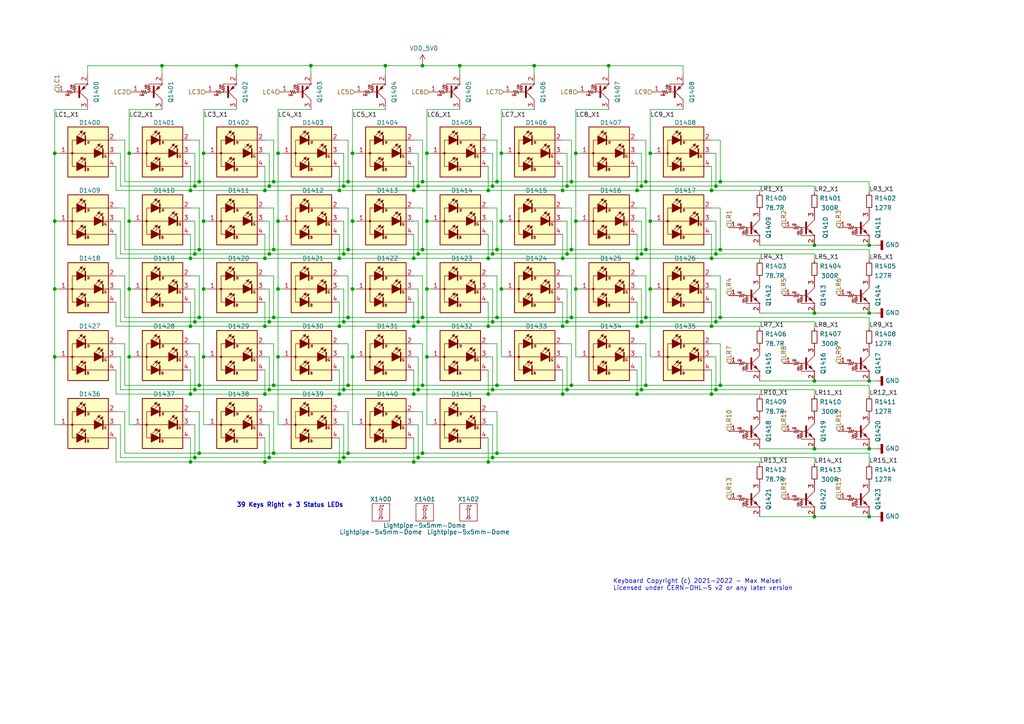
<source format=kicad_sch>
(kicad_sch (version 20230121) (generator eeschema)
  (paper "A4")
  (junction (at 122.555 52.705))
  (junction (at 100.965 111.76))
  (junction (at 142.875 132.715))
  (junction (at 99.695 132.715))
  (junction (at 76.835 114.3))
  (junction (at 164.465 73.66))
  (junction (at 59.055 83.82))
  (junction (at 102.235 103.505))
  (junction (at 184.785 74.93))
  (junction (at 207.645 113.03))
  (junction (at 186.055 113.03))
  (junction (at 145.415 64.135))
  (junction (at 144.145 72.39))
  (junction (at 252.095 90.805))
  (junction (at 57.785 52.705))
  (junction (at 57.785 131.445))
  (junction (at 57.785 111.76))
  (junction (at 236.22 130.175))
  (junction (at 102.235 64.135))
  (junction (at 56.515 132.715))
  (junction (at 206.375 94.615))
  (junction (at 76.835 133.985))
  (junction (at 100.965 131.445))
  (junction (at 133.35 19.05))
  (junction (at 78.105 132.715))
  (junction (at 78.105 53.975))
  (junction (at 188.595 64.135))
  (junction (at 15.875 103.505))
  (junction (at 98.425 133.985))
  (junction (at 208.915 52.705))
  (junction (at 188.595 83.82))
  (junction (at 186.055 73.66))
  (junction (at 80.645 103.505))
  (junction (at 37.465 64.135))
  (junction (at 141.605 94.615))
  (junction (at 206.375 74.93))
  (junction (at 208.915 111.76))
  (junction (at 141.605 55.245))
  (junction (at 55.245 94.615))
  (junction (at 252.095 130.175))
  (junction (at 206.375 55.245))
  (junction (at 164.465 113.03))
  (junction (at 122.555 72.39))
  (junction (at 142.875 73.66))
  (junction (at 78.105 73.66))
  (junction (at 79.375 72.39))
  (junction (at 236.22 71.12))
  (junction (at 55.245 74.93))
  (junction (at 142.875 53.975))
  (junction (at 55.245 55.245))
  (junction (at 163.195 74.93))
  (junction (at 55.245 133.985))
  (junction (at 59.055 64.135))
  (junction (at 144.145 131.445))
  (junction (at 120.015 114.3))
  (junction (at 122.555 131.445))
  (junction (at 102.235 83.82))
  (junction (at 236.22 90.805))
  (junction (at 207.645 53.975))
  (junction (at 15.875 64.135))
  (junction (at 163.195 94.615))
  (junction (at 57.785 72.39))
  (junction (at 188.595 44.45))
  (junction (at 100.965 72.39))
  (junction (at 208.915 72.39))
  (junction (at 100.965 92.075))
  (junction (at 56.515 93.345))
  (junction (at 165.735 72.39))
  (junction (at 122.555 19.05))
  (junction (at 78.105 93.345))
  (junction (at 236.22 149.86))
  (junction (at 187.325 72.39))
  (junction (at 163.195 114.3))
  (junction (at 123.825 103.505))
  (junction (at 121.285 113.03))
  (junction (at 98.425 55.245))
  (junction (at 123.825 44.45))
  (junction (at 15.875 83.82))
  (junction (at 186.055 53.975))
  (junction (at 37.465 44.45))
  (junction (at 59.055 103.505))
  (junction (at 164.465 53.975))
  (junction (at 120.015 94.615))
  (junction (at 165.735 111.76))
  (junction (at 207.645 73.66))
  (junction (at 122.555 92.075))
  (junction (at 145.415 44.45))
  (junction (at 79.375 131.445))
  (junction (at 121.285 132.715))
  (junction (at 55.245 114.3))
  (junction (at 145.415 83.82))
  (junction (at 121.285 93.345))
  (junction (at 141.605 74.93))
  (junction (at 99.695 113.03))
  (junction (at 100.965 52.705))
  (junction (at 57.785 92.075))
  (junction (at 165.735 92.075))
  (junction (at 141.605 133.985))
  (junction (at 37.465 103.505))
  (junction (at 252.095 149.86))
  (junction (at 165.735 52.705))
  (junction (at 122.555 111.76))
  (junction (at 167.005 83.82))
  (junction (at 111.76 19.05))
  (junction (at 37.465 83.82))
  (junction (at 80.645 83.82))
  (junction (at 208.915 92.075))
  (junction (at 163.195 55.245))
  (junction (at 90.17 19.05))
  (junction (at 167.005 44.45))
  (junction (at 184.785 55.245))
  (junction (at 46.99 19.05))
  (junction (at 102.235 44.45))
  (junction (at 99.695 73.66))
  (junction (at 142.875 93.345))
  (junction (at 123.825 83.82))
  (junction (at 80.645 64.135))
  (junction (at 154.94 19.05))
  (junction (at 98.425 114.3))
  (junction (at 144.145 52.705))
  (junction (at 120.015 133.985))
  (junction (at 76.835 94.615))
  (junction (at 79.375 52.705))
  (junction (at 252.095 110.49))
  (junction (at 123.825 64.135))
  (junction (at 99.695 53.975))
  (junction (at 167.005 64.135))
  (junction (at 184.785 94.615))
  (junction (at 187.325 111.76))
  (junction (at 56.515 73.66))
  (junction (at 121.285 73.66))
  (junction (at 164.465 93.345))
  (junction (at 252.095 71.12))
  (junction (at 79.375 92.075))
  (junction (at 79.375 111.76))
  (junction (at 98.425 94.615))
  (junction (at 76.835 74.93))
  (junction (at 56.515 53.975))
  (junction (at 236.22 110.49))
  (junction (at 206.375 114.3))
  (junction (at 68.58 19.05))
  (junction (at 59.055 44.45))
  (junction (at 142.875 113.03))
  (junction (at 15.875 44.45))
  (junction (at 144.145 92.075))
  (junction (at 99.695 93.345))
  (junction (at 207.645 93.345))
  (junction (at 80.645 44.45))
  (junction (at 187.325 52.705))
  (junction (at 187.325 92.075))
  (junction (at 176.53 19.05))
  (junction (at 76.835 55.245))
  (junction (at 186.055 93.345))
  (junction (at 98.425 74.93))
  (junction (at 121.285 53.975))
  (junction (at 120.015 55.245))
  (junction (at 144.145 111.76))
  (junction (at 56.515 113.03))
  (junction (at 78.105 113.03))
  (junction (at 120.015 74.93))
  (junction (at 141.605 114.3))
  (junction (at 184.785 114.3))
  (wire (pts (xy 57.785 80.01) (xy 57.785 92.075)))
  (wire (pts (xy 207.645 73.66) (xy 236.22 73.66)))
  (wire (pts (xy 206.375 55.245) (xy 220.345 55.245)))
  (wire (pts (xy 167.005 83.82) (xy 167.005 103.505)))
  (wire (pts (xy 78.105 103.505) (xy 78.105 113.03)))
  (wire (pts (xy 34.925 44.45) (xy 34.925 53.975)))
  (wire (pts (xy 220.345 149.86) (xy 236.22 149.86)))
  (wire (pts (xy 120.015 67.945) (xy 120.015 74.93)))
  (wire (pts (xy 141.605 83.82) (xy 142.875 83.82)))
  (wire (pts (xy 55.245 55.245) (xy 76.835 55.245)))
  (wire (pts (xy 36.195 80.01) (xy 36.195 92.075)))
  (wire (pts (xy 59.055 83.82) (xy 59.055 103.505)))
  (wire (pts (xy 57.785 52.705) (xy 79.375 52.705)))
  (wire (pts (xy 167.005 31.75) (xy 167.005 44.45)))
  (wire (pts (xy 254 90.805) (xy 252.095 90.805)))
  (wire (pts (xy 120.015 44.45) (xy 121.285 44.45)))
  (wire (pts (xy 36.195 99.695) (xy 36.195 111.76)))
  (wire (pts (xy 55.245 119.38) (xy 57.785 119.38)))
  (wire (pts (xy 121.285 113.03) (xy 142.875 113.03)))
  (wire (pts (xy 56.515 113.03) (xy 78.105 113.03)))
  (wire (pts (xy 189.865 64.135) (xy 188.595 64.135)))
  (wire (pts (xy 164.465 103.505) (xy 163.195 103.505)))
  (wire (pts (xy 99.695 132.715) (xy 78.105 132.715)))
  (wire (pts (xy 236.22 149.86) (xy 252.095 149.86)))
  (wire (pts (xy 76.835 94.615) (xy 98.425 94.615)))
  (wire (pts (xy 99.695 103.505) (xy 98.425 103.505)))
  (wire (pts (xy 142.875 44.45) (xy 142.875 53.975)))
  (wire (pts (xy 122.555 131.445) (xy 144.145 131.445)))
  (wire (pts (xy 38.735 44.45) (xy 37.465 44.45)))
  (wire (pts (xy 79.375 99.695) (xy 79.375 111.76)))
  (wire (pts (xy 78.105 83.82) (xy 76.835 83.82)))
  (wire (pts (xy 102.235 103.505) (xy 102.235 123.19)))
  (wire (pts (xy 81.915 123.19) (xy 80.645 123.19)))
  (wire (pts (xy 208.915 72.39) (xy 252.095 72.39)))
  (wire (pts (xy 121.285 103.505) (xy 121.285 113.03)))
  (wire (pts (xy 55.245 133.985) (xy 76.835 133.985)))
  (wire (pts (xy 220.345 74.93) (xy 220.345 75.565)))
  (wire (pts (xy 100.965 111.76) (xy 122.555 111.76)))
  (wire (pts (xy 165.735 60.325) (xy 165.735 72.39)))
  (wire (pts (xy 121.285 73.66) (xy 142.875 73.66)))
  (wire (pts (xy 60.325 123.19) (xy 59.055 123.19)))
  (wire (pts (xy 125.095 64.135) (xy 123.825 64.135)))
  (wire (pts (xy 33.655 99.695) (xy 36.195 99.695)))
  (wire (pts (xy 187.325 99.695) (xy 187.325 111.76)))
  (wire (pts (xy 163.195 94.615) (xy 184.785 94.615)))
  (wire (pts (xy 33.655 119.38) (xy 36.195 119.38)))
  (wire (pts (xy 141.605 55.245) (xy 163.195 55.245)))
  (wire (pts (xy 76.835 74.93) (xy 55.245 74.93)))
  (wire (pts (xy 98.425 83.82) (xy 99.695 83.82)))
  (wire (pts (xy 207.645 83.82) (xy 207.645 93.345)))
  (wire (pts (xy 98.425 64.135) (xy 99.695 64.135)))
  (wire (pts (xy 163.195 74.93) (xy 184.785 74.93)))
  (wire (pts (xy 103.505 64.135) (xy 102.235 64.135)))
  (wire (pts (xy 133.35 19.05) (xy 154.94 19.05)))
  (wire (pts (xy 142.875 103.505) (xy 141.605 103.505)))
  (wire (pts (xy 189.865 103.505) (xy 188.595 103.505)))
  (wire (pts (xy 76.835 48.26) (xy 76.835 55.245)))
  (wire (pts (xy 184.785 94.615) (xy 206.375 94.615)))
  (wire (pts (xy 98.425 74.93) (xy 120.015 74.93)))
  (wire (pts (xy 99.695 123.19) (xy 98.425 123.19)))
  (wire (pts (xy 184.785 87.63) (xy 184.785 94.615)))
  (wire (pts (xy 252.095 149.86) (xy 254 149.86)))
  (wire (pts (xy 80.645 31.75) (xy 90.17 31.75)))
  (wire (pts (xy 33.655 67.945) (xy 33.655 74.93)))
  (wire (pts (xy 187.325 40.64) (xy 187.325 52.705)))
  (wire (pts (xy 120.015 80.01) (xy 122.555 80.01)))
  (wire (pts (xy 55.245 123.19) (xy 56.515 123.19)))
  (wire (pts (xy 236.22 73.66) (xy 236.22 75.565)))
  (wire (pts (xy 122.555 92.075) (xy 144.145 92.075)))
  (wire (pts (xy 81.915 103.505) (xy 80.645 103.505)))
  (wire (pts (xy 90.17 19.05) (xy 90.17 21.59)))
  (wire (pts (xy 186.055 64.135) (xy 186.055 73.66)))
  (wire (pts (xy 99.695 73.66) (xy 121.285 73.66)))
  (wire (pts (xy 38.735 83.82) (xy 37.465 83.82)))
  (wire (pts (xy 15.875 64.135) (xy 15.875 83.82)))
  (wire (pts (xy 236.22 130.175) (xy 252.095 130.175)))
  (wire (pts (xy 79.375 131.445) (xy 100.965 131.445)))
  (wire (pts (xy 36.195 131.445) (xy 57.785 131.445)))
  (wire (pts (xy 81.915 64.135) (xy 80.645 64.135)))
  (wire (pts (xy 99.695 44.45) (xy 99.695 53.975)))
  (wire (pts (xy 165.735 52.705) (xy 187.325 52.705)))
  (wire (pts (xy 37.465 44.45) (xy 37.465 64.135)))
  (wire (pts (xy 100.965 119.38) (xy 100.965 131.445)))
  (wire (pts (xy 123.825 31.75) (xy 123.825 44.45)))
  (wire (pts (xy 102.235 64.135) (xy 102.235 83.82)))
  (wire (pts (xy 146.685 83.82) (xy 145.415 83.82)))
  (wire (pts (xy 98.425 60.325) (xy 100.965 60.325)))
  (wire (pts (xy 146.685 44.45) (xy 145.415 44.45)))
  (wire (pts (xy 76.835 127) (xy 76.835 133.985)))
  (wire (pts (xy 142.875 132.715) (xy 236.22 132.715)))
  (wire (pts (xy 144.145 99.695) (xy 144.145 111.76)))
  (wire (pts (xy 56.515 73.66) (xy 78.105 73.66)))
  (wire (pts (xy 168.275 103.505) (xy 167.005 103.505)))
  (wire (pts (xy 154.94 21.59) (xy 154.94 19.05)))
  (wire (pts (xy 141.605 40.64) (xy 144.145 40.64)))
  (wire (pts (xy 99.695 113.03) (xy 78.105 113.03)))
  (wire (pts (xy 102.235 83.82) (xy 102.235 103.505)))
  (wire (pts (xy 56.515 132.715) (xy 78.105 132.715)))
  (wire (pts (xy 123.825 64.135) (xy 123.825 83.82)))
  (wire (pts (xy 57.785 131.445) (xy 79.375 131.445)))
  (wire (pts (xy 144.145 111.76) (xy 165.735 111.76)))
  (wire (pts (xy 142.875 113.03) (xy 164.465 113.03)))
  (wire (pts (xy 81.915 83.82) (xy 80.645 83.82)))
  (wire (pts (xy 187.325 92.075) (xy 208.915 92.075)))
  (wire (pts (xy 111.76 19.05) (xy 122.555 19.05)))
  (wire (pts (xy 144.145 99.695) (xy 141.605 99.695)))
  (wire (pts (xy 125.095 123.19) (xy 123.825 123.19)))
  (wire (pts (xy 99.695 53.975) (xy 121.285 53.975)))
  (wire (pts (xy 57.785 119.38) (xy 57.785 131.445)))
  (wire (pts (xy 163.195 80.01) (xy 165.735 80.01)))
  (wire (pts (xy 55.245 114.3) (xy 76.835 114.3)))
  (wire (pts (xy 36.195 119.38) (xy 36.195 131.445)))
  (wire (pts (xy 37.465 83.82) (xy 37.465 103.505)))
  (wire (pts (xy 142.875 73.66) (xy 164.465 73.66)))
  (wire (pts (xy 79.375 92.075) (xy 100.965 92.075)))
  (wire (pts (xy 55.245 44.45) (xy 56.515 44.45)))
  (wire (pts (xy 78.105 53.975) (xy 78.105 44.45)))
  (wire (pts (xy 141.605 114.3) (xy 163.195 114.3)))
  (wire (pts (xy 46.99 19.05) (xy 68.58 19.05)))
  (wire (pts (xy 168.275 83.82) (xy 167.005 83.82)))
  (wire (pts (xy 198.12 21.59) (xy 198.12 19.05)))
  (wire (pts (xy 56.515 64.135) (xy 56.515 73.66)))
  (wire (pts (xy 76.835 74.93) (xy 98.425 74.93)))
  (wire (pts (xy 80.645 31.75) (xy 80.645 44.45)))
  (wire (pts (xy 68.58 19.05) (xy 90.17 19.05)))
  (wire (pts (xy 37.465 31.75) (xy 46.99 31.75)))
  (wire (pts (xy 187.325 52.705) (xy 208.915 52.705)))
  (wire (pts (xy 163.195 44.45) (xy 164.465 44.45)))
  (wire (pts (xy 207.645 103.505) (xy 206.375 103.505)))
  (wire (pts (xy 122.555 19.05) (xy 133.35 19.05)))
  (wire (pts (xy 184.785 107.315) (xy 184.785 114.3)))
  (wire (pts (xy 57.785 111.76) (xy 79.375 111.76)))
  (wire (pts (xy 186.055 93.345) (xy 207.645 93.345)))
  (wire (pts (xy 236.22 93.345) (xy 236.22 95.25)))
  (wire (pts (xy 165.735 99.695) (xy 163.195 99.695)))
  (wire (pts (xy 36.195 60.325) (xy 36.195 72.39)))
  (wire (pts (xy 17.145 64.135) (xy 15.875 64.135)))
  (wire (pts (xy 142.875 123.19) (xy 141.605 123.19)))
  (wire (pts (xy 184.785 60.325) (xy 187.325 60.325)))
  (wire (pts (xy 17.145 83.82) (xy 15.875 83.82)))
  (wire (pts (xy 76.835 67.945) (xy 76.835 74.93)))
  (wire (pts (xy 186.055 53.975) (xy 207.645 53.975)))
  (wire (pts (xy 34.925 103.505) (xy 33.655 103.505)))
  (wire (pts (xy 99.695 113.03) (xy 121.285 113.03)))
  (wire (pts (xy 142.875 53.975) (xy 164.465 53.975)))
  (wire (pts (xy 33.655 114.3) (xy 55.245 114.3)))
  (wire (pts (xy 34.925 93.345) (xy 34.925 83.82)))
  (wire (pts (xy 167.005 64.135) (xy 167.005 83.82)))
  (wire (pts (xy 59.055 103.505) (xy 59.055 123.19)))
  (wire (pts (xy 98.425 48.26) (xy 98.425 55.245)))
  (wire (pts (xy 102.235 31.75) (xy 111.76 31.75)))
  (wire (pts (xy 55.245 94.615) (xy 76.835 94.615)))
  (wire (pts (xy 144.145 131.445) (xy 252.095 131.445)))
  (wire (pts (xy 33.655 80.01) (xy 36.195 80.01)))
  (wire (pts (xy 34.925 73.66) (xy 34.925 64.135)))
  (wire (pts (xy 144.145 80.01) (xy 144.145 92.075)))
  (wire (pts (xy 145.415 31.75) (xy 145.415 44.45)))
  (wire (pts (xy 15.875 83.82) (xy 15.875 103.505)))
  (wire (pts (xy 236.22 114.935) (xy 236.22 113.03)))
  (wire (pts (xy 33.655 107.315) (xy 33.655 114.3)))
  (wire (pts (xy 79.375 111.76) (xy 100.965 111.76)))
  (wire (pts (xy 141.605 94.615) (xy 163.195 94.615)))
  (wire (pts (xy 79.375 119.38) (xy 79.375 131.445)))
  (wire (pts (xy 141.605 44.45) (xy 142.875 44.45)))
  (wire (pts (xy 55.245 103.505) (xy 56.515 103.505)))
  (wire (pts (xy 167.005 44.45) (xy 167.005 64.135)))
  (wire (pts (xy 103.505 44.45) (xy 102.235 44.45)))
  (wire (pts (xy 36.195 72.39) (xy 57.785 72.39)))
  (wire (pts (xy 164.465 64.135) (xy 164.465 73.66)))
  (wire (pts (xy 78.105 44.45) (xy 76.835 44.45)))
  (wire (pts (xy 55.245 83.82) (xy 56.515 83.82)))
  (wire (pts (xy 60.325 44.45) (xy 59.055 44.45)))
  (wire (pts (xy 34.925 64.135) (xy 33.655 64.135)))
  (wire (pts (xy 165.735 80.01) (xy 165.735 92.075)))
  (wire (pts (xy 56.515 103.505) (xy 56.515 113.03)))
  (wire (pts (xy 98.425 133.985) (xy 120.015 133.985)))
  (wire (pts (xy 189.865 83.82) (xy 188.595 83.82)))
  (wire (pts (xy 120.015 107.315) (xy 120.015 114.3)))
  (wire (pts (xy 165.735 92.075) (xy 187.325 92.075)))
  (wire (pts (xy 76.835 60.325) (xy 79.375 60.325)))
  (wire (pts (xy 176.53 19.05) (xy 198.12 19.05)))
  (wire (pts (xy 120.015 127) (xy 120.015 133.985)))
  (wire (pts (xy 122.555 72.39) (xy 144.145 72.39)))
  (wire (pts (xy 164.465 93.345) (xy 186.055 93.345)))
  (wire (pts (xy 76.835 103.505) (xy 78.105 103.505)))
  (wire (pts (xy 121.285 132.715) (xy 142.875 132.715)))
  (wire (pts (xy 80.645 103.505) (xy 80.645 123.19)))
  (wire (pts (xy 99.695 83.82) (xy 99.695 93.345)))
  (wire (pts (xy 46.99 21.59) (xy 46.99 19.05)))
  (wire (pts (xy 79.375 52.705) (xy 100.965 52.705)))
  (wire (pts (xy 120.015 99.695) (xy 122.555 99.695)))
  (wire (pts (xy 168.275 44.45) (xy 167.005 44.45)))
  (wire (pts (xy 141.605 64.135) (xy 142.875 64.135)))
  (wire (pts (xy 55.245 67.945) (xy 55.245 74.93)))
  (wire (pts (xy 164.465 83.82) (xy 163.195 83.82)))
  (wire (pts (xy 144.145 92.075) (xy 165.735 92.075)))
  (wire (pts (xy 184.785 99.695) (xy 187.325 99.695)))
  (wire (pts (xy 252.095 111.76) (xy 252.095 114.935)))
  (wire (pts (xy 236.22 110.49) (xy 252.095 110.49)))
  (wire (pts (xy 125.095 44.45) (xy 123.825 44.45)))
  (wire (pts (xy 59.055 31.75) (xy 59.055 44.45)))
  (wire (pts (xy 208.915 99.695) (xy 206.375 99.695)))
  (wire (pts (xy 55.245 48.26) (xy 55.245 55.245)))
  (wire (pts (xy 164.465 64.135) (xy 163.195 64.135)))
  (wire (pts (xy 164.465 83.82) (xy 164.465 93.345)))
  (wire (pts (xy 163.195 87.63) (xy 163.195 94.615)))
  (wire (pts (xy 99.695 93.345) (xy 121.285 93.345)))
  (wire (pts (xy 184.785 67.945) (xy 184.785 74.93)))
  (wire (pts (xy 79.375 60.325) (xy 79.375 72.39)))
  (wire (pts (xy 100.965 92.075) (xy 122.555 92.075)))
  (wire (pts (xy 206.375 67.945) (xy 206.375 74.93)))
  (wire (pts (xy 236.22 53.975) (xy 236.22 55.88)))
  (wire (pts (xy 121.285 64.135) (xy 121.285 73.66)))
  (wire (pts (xy 141.605 48.26) (xy 141.605 55.245)))
  (wire (pts (xy 123.825 83.82) (xy 123.825 103.505)))
  (wire (pts (xy 33.655 83.82) (xy 34.925 83.82)))
  (wire (pts (xy 122.555 119.38) (xy 122.555 131.445)))
  (wire (pts (xy 184.785 80.01) (xy 187.325 80.01)))
  (wire (pts (xy 236.22 113.03) (xy 207.645 113.03)))
  (wire (pts (xy 60.325 83.82) (xy 59.055 83.82)))
  (wire (pts (xy 141.605 80.01) (xy 144.145 80.01)))
  (wire (pts (xy 188.595 83.82) (xy 188.595 103.505)))
  (wire (pts (xy 220.345 133.985) (xy 220.345 134.62)))
  (wire (pts (xy 184.785 74.93) (xy 206.375 74.93)))
  (wire (pts (xy 208.915 60.325) (xy 208.915 72.39)))
  (wire (pts (xy 57.785 92.075) (xy 79.375 92.075)))
  (wire (pts (xy 141.605 60.325) (xy 144.145 60.325)))
  (wire (pts (xy 57.785 60.325) (xy 57.785 72.39)))
  (wire (pts (xy 120.015 114.3) (xy 141.605 114.3)))
  (wire (pts (xy 145.415 64.135) (xy 145.415 83.82)))
  (wire (pts (xy 163.195 55.245) (xy 184.785 55.245)))
  (wire (pts (xy 79.375 72.39) (xy 100.965 72.39)))
  (wire (pts (xy 34.925 113.03) (xy 34.925 103.505)))
  (wire (pts (xy 145.415 83.82) (xy 145.415 103.505)))
  (wire (pts (xy 188.595 31.75) (xy 188.595 44.45)))
  (wire (pts (xy 184.785 114.3) (xy 206.375 114.3)))
  (wire (pts (xy 145.415 31.75) (xy 154.94 31.75)))
  (wire (pts (xy 98.425 119.38) (xy 100.965 119.38)))
  (wire (pts (xy 33.655 74.93) (xy 55.245 74.93)))
  (wire (pts (xy 220.345 55.245) (xy 220.345 55.88)))
  (wire (pts (xy 163.195 114.3) (xy 184.785 114.3)))
  (wire (pts (xy 80.645 44.45) (xy 80.645 64.135)))
  (wire (pts (xy 121.285 83.82) (xy 121.285 93.345)))
  (wire (pts (xy 167.005 31.75) (xy 176.53 31.75)))
  (wire (pts (xy 33.655 44.45) (xy 34.925 44.45)))
  (wire (pts (xy 165.735 111.76) (xy 187.325 111.76)))
  (wire (pts (xy 60.325 64.135) (xy 59.055 64.135)))
  (wire (pts (xy 187.325 72.39) (xy 208.915 72.39)))
  (wire (pts (xy 252.095 72.39) (xy 252.095 75.565)))
  (wire (pts (xy 76.835 107.315) (xy 76.835 114.3)))
  (wire (pts (xy 100.965 72.39) (xy 122.555 72.39)))
  (wire (pts (xy 98.425 80.01) (xy 100.965 80.01)))
  (wire (pts (xy 76.835 119.38) (xy 79.375 119.38)))
  (wire (pts (xy 142.875 64.135) (xy 142.875 73.66)))
  (wire (pts (xy 76.835 133.985) (xy 98.425 133.985)))
  (wire (pts (xy 34.925 132.715) (xy 34.925 123.19)))
  (wire (pts (xy 163.195 48.26) (xy 163.195 55.245)))
  (wire (pts (xy 141.605 127) (xy 141.605 133.985)))
  (wire (pts (xy 207.645 93.345) (xy 236.22 93.345)))
  (wire (pts (xy 220.345 130.175) (xy 236.22 130.175)))
  (wire (pts (xy 37.465 103.505) (xy 37.465 123.19)))
  (wire (pts (xy 252.095 52.705) (xy 252.095 55.88)))
  (wire (pts (xy 90.17 19.05) (xy 111.76 19.05)))
  (wire (pts (xy 34.925 132.715) (xy 56.515 132.715)))
  (wire (pts (xy 208.915 52.705) (xy 252.095 52.705)))
  (wire (pts (xy 33.655 127) (xy 33.655 133.985)))
  (wire (pts (xy 206.375 87.63) (xy 206.375 94.615)))
  (wire (pts (xy 36.195 52.705) (xy 57.785 52.705)))
  (wire (pts (xy 98.425 44.45) (xy 99.695 44.45)))
  (wire (pts (xy 208.915 40.64) (xy 208.915 52.705)))
  (wire (pts (xy 187.325 111.76) (xy 208.915 111.76)))
  (wire (pts (xy 98.425 55.245) (xy 120.015 55.245)))
  (wire (pts (xy 206.375 64.135) (xy 207.645 64.135)))
  (wire (pts (xy 59.055 31.75) (xy 68.58 31.75)))
  (wire (pts (xy 186.055 103.505) (xy 184.785 103.505)))
  (wire (pts (xy 164.465 73.66) (xy 186.055 73.66)))
  (wire (pts (xy 34.925 123.19) (xy 33.655 123.19)))
  (wire (pts (xy 220.345 94.615) (xy 220.345 95.25)))
  (wire (pts (xy 165.735 60.325) (xy 163.195 60.325)))
  (wire (pts (xy 122.555 40.64) (xy 122.555 52.705)))
  (wire (pts (xy 98.425 114.3) (xy 120.015 114.3)))
  (wire (pts (xy 207.645 64.135) (xy 207.645 73.66)))
  (wire (pts (xy 56.515 83.82) (xy 56.515 93.345)))
  (wire (pts (xy 141.605 87.63) (xy 141.605 94.615)))
  (wire (pts (xy 120.015 40.64) (xy 122.555 40.64)))
  (wire (pts (xy 165.735 72.39) (xy 187.325 72.39)))
  (wire (pts (xy 17.145 103.505) (xy 15.875 103.505)))
  (wire (pts (xy 206.375 74.93) (xy 220.345 74.93)))
  (wire (pts (xy 146.685 64.135) (xy 145.415 64.135)))
  (wire (pts (xy 187.325 80.01) (xy 187.325 92.075)))
  (wire (pts (xy 121.285 44.45) (xy 121.285 53.975)))
  (wire (pts (xy 188.595 64.135) (xy 188.595 83.82)))
  (wire (pts (xy 34.925 53.975) (xy 56.515 53.975)))
  (wire (pts (xy 38.735 123.19) (xy 37.465 123.19)))
  (wire (pts (xy 103.505 103.505) (xy 102.235 103.505)))
  (wire (pts (xy 80.645 64.135) (xy 80.645 83.82)))
  (wire (pts (xy 78.105 73.66) (xy 99.695 73.66)))
  (wire (pts (xy 163.195 40.64) (xy 165.735 40.64)))
  (wire (pts (xy 98.425 99.695) (xy 100.965 99.695)))
  (wire (pts (xy 208.915 99.695) (xy 208.915 111.76)))
  (wire (pts (xy 144.145 119.38) (xy 144.145 131.445)))
  (wire (pts (xy 78.105 123.19) (xy 78.105 132.715)))
  (wire (pts (xy 81.915 44.45) (xy 80.645 44.45)))
  (wire (pts (xy 236.22 134.62) (xy 236.22 132.715)))
  (wire (pts (xy 99.695 64.135) (xy 99.695 73.66)))
  (wire (pts (xy 208.915 92.075) (xy 252.095 92.075)))
  (wire (pts (xy 121.285 53.975) (xy 142.875 53.975)))
  (wire (pts (xy 206.375 83.82) (xy 207.645 83.82)))
  (wire (pts (xy 184.785 40.64) (xy 187.325 40.64)))
  (wire (pts (xy 168.275 64.135) (xy 167.005 64.135)))
  (wire (pts (xy 186.055 73.66) (xy 207.645 73.66)))
  (wire (pts (xy 79.375 72.39) (xy 57.785 72.39)))
  (wire (pts (xy 184.785 83.82) (xy 186.055 83.82)))
  (wire (pts (xy 122.555 111.76) (xy 144.145 111.76)))
  (wire (pts (xy 208.915 80.01) (xy 208.915 92.075)))
  (wire (pts (xy 252.095 110.49) (xy 254 110.49)))
  (wire (pts (xy 102.235 44.45) (xy 102.235 64.135)))
  (wire (pts (xy 164.465 103.505) (xy 164.465 113.03)))
  (wire (pts (xy 120.015 133.985) (xy 141.605 133.985)))
  (wire (pts (xy 76.835 123.19) (xy 78.105 123.19)))
  (wire (pts (xy 98.425 87.63) (xy 98.425 94.615)))
  (wire (pts (xy 102.235 31.75) (xy 102.235 44.45)))
  (wire (pts (xy 98.425 127) (xy 98.425 133.985)))
  (wire (pts (xy 120.015 83.82) (xy 121.285 83.82)))
  (wire (pts (xy 33.655 87.63) (xy 33.655 94.615)))
  (wire (pts (xy 36.195 111.76) (xy 57.785 111.76)))
  (wire (pts (xy 17.145 123.19) (xy 15.875 123.19)))
  (wire (pts (xy 207.645 44.45) (xy 207.645 53.975)))
  (wire (pts (xy 236.22 71.12) (xy 252.095 71.12)))
  (wire (pts (xy 208.915 111.76) (xy 252.095 111.76)))
  (wire (pts (xy 37.465 31.75) (xy 37.465 44.45)))
  (wire (pts (xy 206.375 107.315) (xy 206.375 114.3)))
  (wire (pts (xy 120.015 55.245) (xy 141.605 55.245)))
  (wire (pts (xy 206.375 114.3) (xy 220.345 114.3)))
  (wire (pts (xy 103.505 123.19) (xy 102.235 123.19)))
  (wire (pts (xy 100.965 99.695) (xy 100.965 111.76)))
  (wire (pts (xy 103.505 83.82) (xy 102.235 83.82)))
  (wire (pts (xy 68.58 21.59) (xy 68.58 19.05)))
  (wire (pts (xy 165.735 99.695) (xy 165.735 111.76)))
  (wire (pts (xy 55.245 40.64) (xy 57.785 40.64)))
  (wire (pts (xy 55.245 87.63) (xy 55.245 94.615)))
  (wire (pts (xy 142.875 83.82) (xy 142.875 93.345)))
  (wire (pts (xy 121.285 64.135) (xy 120.015 64.135)))
  (wire (pts (xy 120.015 119.38) (xy 122.555 119.38)))
  (wire (pts (xy 220.345 114.3) (xy 220.345 114.935)))
  (wire (pts (xy 55.245 80.01) (xy 57.785 80.01)))
  (wire (pts (xy 186.055 103.505) (xy 186.055 113.03)))
  (wire (pts (xy 78.105 93.345) (xy 99.695 93.345)))
  (wire (pts (xy 33.655 94.615) (xy 55.245 94.615)))
  (wire (pts (xy 38.735 64.135) (xy 37.465 64.135)))
  (wire (pts (xy 220.345 71.12) (xy 236.22 71.12)))
  (wire (pts (xy 163.195 107.315) (xy 163.195 114.3)))
  (wire (pts (xy 59.055 64.135) (xy 59.055 83.82)))
  (wire (pts (xy 206.375 60.325) (xy 208.915 60.325)))
  (wire (pts (xy 33.655 40.64) (xy 36.195 40.64)))
  (wire (pts (xy 123.825 44.45) (xy 123.825 64.135)))
  (wire (pts (xy 123.825 103.505) (xy 123.825 123.19)))
  (wire (pts (xy 122.555 99.695) (xy 122.555 111.76)))
  (wire (pts (xy 60.325 103.505) (xy 59.055 103.505)))
  (wire (pts (xy 146.685 103.505) (xy 145.415 103.505)))
  (wire (pts (xy 98.425 107.315) (xy 98.425 114.3)))
  (wire (pts (xy 100.965 40.64) (xy 100.965 52.705)))
  (wire (pts (xy 120.015 60.325) (xy 122.555 60.325)))
  (wire (pts (xy 79.375 80.01) (xy 79.375 92.075)))
  (wire (pts (xy 206.375 48.26) (xy 206.375 55.245)))
  (wire (pts (xy 76.835 80.01) (xy 79.375 80.01)))
  (wire (pts (xy 76.835 40.64) (xy 79.375 40.64)))
  (wire (pts (xy 15.875 44.45) (xy 15.875 64.135)))
  (wire (pts (xy 99.695 103.505) (xy 99.695 113.03)))
  (wire (pts (xy 125.095 103.505) (xy 123.825 103.505)))
  (wire (pts (xy 34.925 93.345) (xy 56.515 93.345)))
  (wire (pts (xy 123.825 31.75) (xy 133.35 31.75)))
  (wire (pts (xy 98.425 40.64) (xy 100.965 40.64)))
  (wire (pts (xy 207.645 103.505) (xy 207.645 113.03)))
  (wire (pts (xy 33.655 133.985) (xy 55.245 133.985)))
  (wire (pts (xy 165.735 40.64) (xy 165.735 52.705)))
  (wire (pts (xy 55.245 60.325) (xy 57.785 60.325)))
  (wire (pts (xy 36.195 92.075) (xy 57.785 92.075)))
  (wire (pts (xy 76.835 99.695) (xy 79.375 99.695)))
  (wire (pts (xy 38.735 103.505) (xy 37.465 103.505)))
  (wire (pts (xy 99.695 123.19) (xy 99.695 132.715)))
  (wire (pts (xy 78.105 53.975) (xy 56.515 53.975)))
  (wire (pts (xy 17.145 44.45) (xy 15.875 44.45)))
  (wire (pts (xy 164.465 53.975) (xy 186.055 53.975)))
  (wire (pts (xy 37.465 64.135) (xy 37.465 83.82)))
  (wire (pts (xy 125.095 83.82) (xy 123.825 83.82)))
  (wire (pts (xy 33.655 48.26) (xy 33.655 55.245)))
  (wire (pts (xy 57.785 40.64) (xy 57.785 52.705)))
  (wire (pts (xy 252.095 92.075) (xy 252.095 95.25)))
  (wire (pts (xy 15.875 31.75) (xy 25.4 31.75)))
  (wire (pts (xy 144.145 40.64) (xy 144.145 52.705)))
  (wire (pts (xy 120.015 87.63) (xy 120.015 94.615)))
  (wire (pts (xy 252.095 131.445) (xy 252.095 134.62)))
  (wire (pts (xy 142.875 93.345) (xy 164.465 93.345)))
  (wire (pts (xy 76.835 55.245) (xy 98.425 55.245)))
  (wire (pts (xy 206.375 40.64) (xy 208.915 40.64)))
  (wire (pts (xy 144.145 52.705) (xy 165.735 52.705)))
  (wire (pts (xy 120.015 74.93) (xy 141.605 74.93)))
  (wire (pts (xy 33.655 60.325) (xy 36.195 60.325)))
  (wire (pts (xy 184.785 55.245) (xy 206.375 55.245)))
  (wire (pts (xy 100.965 80.01) (xy 100.965 92.075)))
  (wire (pts (xy 252.095 90.805) (xy 236.22 90.805)))
  (wire (pts (xy 186.055 44.45) (xy 186.055 53.975)))
  (wire (pts (xy 236.22 90.805) (xy 220.345 90.805)))
  (wire (pts (xy 34.925 73.66) (xy 56.515 73.66)))
  (wire (pts (xy 55.245 127) (xy 55.245 133.985)))
  (wire (pts (xy 133.35 21.59) (xy 133.35 19.05)))
  (wire (pts (xy 56.515 93.345) (xy 78.105 93.345)))
  (wire (pts (xy 78.105 53.975) (xy 99.695 53.975)))
  (wire (pts (xy 141.605 74.93) (xy 163.195 74.93)))
  (wire (pts (xy 122.555 52.705) (xy 144.145 52.705)))
  (wire (pts (xy 188.595 31.75) (xy 198.12 31.75)))
  (wire (pts (xy 144.145 72.39) (xy 165.735 72.39)))
  (wire (pts (xy 56.515 123.19) (xy 56.515 132.715)))
  (wire (pts (xy 144.145 119.38) (xy 141.605 119.38)))
  (wire (pts (xy 206.375 94.615) (xy 220.345 94.615)))
  (wire (pts (xy 164.465 44.45) (xy 164.465 53.975)))
  (wire (pts (xy 15.875 103.505) (xy 15.875 123.19)))
  (wire (pts (xy 121.285 93.345) (xy 142.875 93.345)))
  (wire (pts (xy 25.4 21.59) (xy 25.4 19.05)))
  (wire (pts (xy 176.53 21.59) (xy 176.53 19.05)))
  (wire (pts (xy 100.965 60.325) (xy 100.965 72.39)))
  (wire (pts (xy 122.555 18.415) (xy 122.555 19.05)))
  (wire (pts (xy 188.595 44.45) (xy 188.595 64.135)))
  (wire (pts (xy 98.425 67.945) (xy 98.425 74.93)))
  (wire (pts (xy 189.865 44.45) (xy 188.595 44.45)))
  (wire (pts (xy 79.375 40.64) (xy 79.375 52.705)))
  (wire (pts (xy 142.875 123.19) (xy 142.875 132.715)))
  (wire (pts (xy 145.415 44.45) (xy 145.415 64.135)))
  (wire (pts (xy 76.835 64.135) (xy 78.105 64.135)))
  (wire (pts (xy 59.055 44.45) (xy 59.055 64.135)))
  (wire (pts (xy 34.925 113.03) (xy 56.515 113.03)))
  (wire (pts (xy 141.605 133.985) (xy 220.345 133.985)))
  (wire (pts (xy 121.285 123.19) (xy 121.285 132.715)))
  (wire (pts (xy 57.785 99.695) (xy 57.785 111.76)))
  (wire (pts (xy 164.465 113.03) (xy 186.055 113.03)))
  (wire (pts (xy 184.785 48.26) (xy 184.785 55.245)))
  (wire (pts (xy 122.555 60.325) (xy 122.555 72.39)))
  (wire (pts (xy 121.285 123.19) (xy 120.015 123.19)))
  (wire (pts (xy 111.76 21.59) (xy 111.76 19.05)))
  (wire (pts (xy 141.605 67.945) (xy 141.605 74.93)))
  (wire (pts (xy 76.835 114.3) (xy 98.425 114.3)))
  (wire (pts (xy 33.655 55.245) (xy 55.245 55.245)))
  (wire (pts (xy 144.145 60.325) (xy 144.145 72.39)))
  (wire (pts (xy 206.375 44.45) (xy 207.645 44.45)))
  (wire (pts (xy 220.345 110.49) (xy 236.22 110.49)))
  (wire (pts (xy 184.785 44.45) (xy 186.055 44.45)))
  (wire (pts (xy 141.605 107.315) (xy 141.605 114.3)))
  (wire (pts (xy 163.195 67.945) (xy 163.195 74.93)))
  (wire (pts (xy 207.645 53.975) (xy 236.22 53.975)))
  (wire (pts (xy 154.94 19.05) (xy 176.53 19.05)))
  (wire (pts (xy 206.375 80.01) (xy 208.915 80.01)))
  (wire (pts (xy 99.695 132.715) (xy 121.285 132.715)))
  (wire (pts (xy 120.015 48.26) (xy 120.015 55.245)))
  (wire (pts (xy 186.055 113.03) (xy 207.645 113.03)))
  (wire (pts (xy 122.555 80.01) (xy 122.555 92.075)))
  (wire (pts (xy 55.245 107.315) (xy 55.245 114.3)))
  (wire (pts (xy 252.095 130.175) (xy 254 130.175)))
  (wire (pts (xy 120.015 94.615) (xy 141.605 94.615)))
  (wire (pts (xy 100.965 52.705) (xy 122.555 52.705)))
  (wire (pts (xy 80.645 83.82) (xy 80.645 103.505)))
  (wire (pts (xy 121.285 103.505) (xy 120.015 103.505)))
  (wire (pts (xy 78.105 64.135) (xy 78.105 73.66)))
  (wire (pts (xy 186.055 64.135) (xy 184.785 64.135)))
  (wire (pts (xy 252.095 71.12) (xy 254 71.12)))
  (wire (pts (xy 76.835 87.63) (xy 76.835 94.615)))
  (wire (pts (xy 78.105 83.82) (xy 78.105 93.345)))
  (wire (pts (xy 142.875 103.505) (xy 142.875 113.03)))
  (wire (pts (xy 36.195 40.64) (xy 36.195 52.705)))
  (wire (pts (xy 98.425 94.615) (xy 120.015 94.615)))
  (wire (pts (xy 15.875 31.75) (xy 15.875 44.45)))
  (wire (pts (xy 186.055 83.82) (xy 186.055 93.345)))
  (wire (pts (xy 187.325 60.325) (xy 187.325 72.39)))
  (wire (pts (xy 55.245 64.135) (xy 56.515 64.135)))
  (wire (pts (xy 56.515 44.45) (xy 56.515 53.975)))
  (wire (pts (xy 25.4 19.05) (xy 46.99 19.05)))
  (wire (pts (xy 55.245 99.695) (xy 57.785 99.695)))
  (wire (pts (xy 100.965 131.445) (xy 122.555 131.445)))
  (text "39 Keys Right + 3 Status LEDs" (at 68.58 147.32 0) (effects (font (size 1.27 1.27) (thickness 0.254) bold) (justify left bottom)))
  (text "Keyboard Copyright (c) 2021-2022 - Max Maisel\nLicensed under CERN-OHL-S v2 or any later version" (at 177.8 171.45 0) (effects (font (size 1.27 1.27)) (justify left bottom)))
  (label "LR11_X1" (at 236.22 114.935 0))
  (label "LR12_X1" (at 252.095 114.935 0))
  (label "LC7_X1" (at 145.415 34.29 0))
  (label "LR2_X1" (at 236.22 55.88 0))
  (label "LR9_X1" (at 252.095 95.25 0))
  (label "LR1_X1" (at 220.345 55.88 0))
  (label "LR13_X1" (at 220.345 134.62 0))
  (label "LR4_X1" (at 220.345 75.565 0))
  (label "LC4_X1" (at 80.645 34.29 0))
  (label "LR10_X1" (at 220.345 114.935 0))
  (label "LC9_X1" (at 188.595 34.29 0))
  (label "LC2_X1" (at 37.465 34.29 0))
  (label "LR14_X1" (at 236.22 134.62 0))
  (label "LC3_X1" (at 59.055 34.29 0))
  (label "LR8_X1" (at 236.22 95.25 0))
  (label "LR7_X1" (at 220.345 95.25 0))
  (label "LR3_X1" (at 252.095 55.88 0))
  (label "LR6_X1" (at 252.095 75.565 0))
  (label "LC5_X1" (at 102.235 34.29 0))
  (label "LR15_X1" (at 252.095 134.62 0))
  (label "LC6_X1" (at 123.825 34.29 0))
  (label "LC8_X1" (at 167.005 34.29 0))
  (label "LC1_X1" (at 15.875 34.29 0))
  (label "LR5_X1" (at 236.22 75.565 0))
  (hierarchical_label "LC6" (shape input) (at 124.46 26.67 180))
  (hierarchical_label "LR1" (shape input) (at 211.455 66.04 90))
  (hierarchical_label "LR8" (shape input) (at 227.33 105.41 90))
  (hierarchical_label "LC2" (shape input) (at 38.1 26.67 180))
  (hierarchical_label "LR6" (shape input) (at 243.205 85.725 90))
  (hierarchical_label "LR7" (shape input) (at 211.455 105.41 90))
  (hierarchical_label "LR13" (shape input) (at 211.455 144.78 90))
  (hierarchical_label "LC8" (shape input) (at 167.64 26.67 180))
  (hierarchical_label "LR9" (shape input) (at 243.205 105.41 90))
  (hierarchical_label "LR12" (shape input) (at 243.205 125.095 90))
  (hierarchical_label "LR10" (shape input) (at 211.455 125.095 90))
  (hierarchical_label "LC1" (shape input) (at 16.51 26.67 90))
  (hierarchical_label "LR15" (shape input) (at 243.205 144.78 90))
  (hierarchical_label "LR5" (shape input) (at 227.33 85.725 90))
  (hierarchical_label "LR4" (shape input) (at 211.455 85.725 90))
  (hierarchical_label "LC3" (shape input) (at 59.69 26.67 180))
  (hierarchical_label "LR3" (shape input) (at 243.205 66.04 90))
  (hierarchical_label "LR2" (shape input) (at 227.33 66.04 90))
  (hierarchical_label "LC7" (shape input) (at 146.05 26.67 180))
  (hierarchical_label "LR11" (shape input) (at 227.33 125.095 90))
  (hierarchical_label "LC4" (shape input) (at 81.28 26.67 180))
  (hierarchical_label "LC5" (shape input) (at 102.87 26.67 180))
  (hierarchical_label "LR14" (shape input) (at 227.33 144.78 90))
  (hierarchical_label "LC9" (shape input) (at 189.23 26.67 180))
  (symbol (lib_id "Keyboard:APTF1616LSEEZGKQBKC") (at 26.035 123.19 0) (unit 1)
    (property "Reference" "D1436" (at 26.035 114.3 0))
    (property "Value" "APTF1616LSEEZGKQBKC" (effects hide))
    (property "Footprint" "Keyboard:APTF1616-RGB" (effects hide))
    (property "Datasheet" "http://www.kingbrightusa.com/images/catalog/SPEC/APTF1616LSEEZGKQBKC.pdf" (effects hide))
    (property "mouser#" "604-APTF1616LSEEZGKQ" (effects hide))
  )
  (symbol (lib_id "Keyboard:APTF1616LSEEZGKQBKC") (at 133.985 123.19 0) (unit 1)
    (property "Reference" "D1441" (at 133.985 114.3 0))
    (property "Value" "APTF1616LSEEZGKQBKC" (effects hide))
    (property "Footprint" "Keyboard:APTF1616-RGB" (effects hide))
    (property "Datasheet" "http://www.kingbrightusa.com/images/catalog/SPEC/APTF1616LSEEZGKQBKC.pdf" (effects hide))
    (property "mouser#" "604-APTF1616LSEEZGKQ" (effects hide))
  )
  (symbol (lib_id "Keyboard:APTF1616LSEEZGKQBKC") (at 112.395 123.19 0) (unit 1)
    (property "Reference" "D1440" (at 112.395 114.3 0))
    (property "Value" "APTF1616LSEEZGKQBKC" (effects hide))
    (property "Footprint" "Keyboard:APTF1616-RGB" (effects hide))
    (property "Datasheet" "http://www.kingbrightusa.com/images/catalog/SPEC/APTF1616LSEEZGKQBKC.pdf" (effects hide))
    (property "mouser#" "604-APTF1616LSEEZGKQ" (effects hide))
  )
  (symbol (lib_id "Keyboard:APTF1616LSEEZGKQBKC") (at 90.805 123.19 0) (unit 1)
    (property "Reference" "D1439" (at 90.805 114.3 0))
    (property "Value" "APTF1616LSEEZGKQBKC" (effects hide))
    (property "Footprint" "Keyboard:APTF1616-RGB" (effects hide))
    (property "Datasheet" "http://www.kingbrightusa.com/images/catalog/SPEC/APTF1616LSEEZGKQBKC.pdf" (effects hide))
    (property "mouser#" "604-APTF1616LSEEZGKQ" (effects hide))
  )
  (symbol (lib_id "Keyboard:APTF1616LSEEZGKQBKC") (at 69.215 123.19 0) (unit 1)
    (property "Reference" "D1438" (at 69.215 114.3 0))
    (property "Value" "APTF1616LSEEZGKQBKC" (effects hide))
    (property "Footprint" "Keyboard:APTF1616-RGB" (effects hide))
    (property "Datasheet" "http://www.kingbrightusa.com/images/catalog/SPEC/APTF1616LSEEZGKQBKC.pdf" (effects hide))
    (property "mouser#" "604-APTF1616LSEEZGKQ" (effects hide))
  )
  (symbol (lib_id "Keyboard:APTF1616LSEEZGKQBKC") (at 47.625 123.19 0) (unit 1)
    (property "Reference" "D1437" (at 47.625 114.3 0))
    (property "Value" "APTF1616LSEEZGKQBKC" (effects hide))
    (property "Footprint" "Keyboard:APTF1616-RGB" (effects hide))
    (property "Datasheet" "http://www.kingbrightusa.com/images/catalog/SPEC/APTF1616LSEEZGKQBKC.pdf" (effects hide))
    (property "mouser#" "604-APTF1616LSEEZGKQ" (effects hide))
  )
  (symbol (lib_id "Keyboard:GND") (at 254 130.175 90) (unit 1)
    (property "Reference" "#PWR01404" (effects hide))
    (property "Value" "GND" (at 256.794 130.0734 90) (effects (justify right)))
  )
  (symbol (lib_id "Keyboard:GND") (at 254 149.86 90) (unit 1)
    (property "Reference" "#PWR01405" (effects hide))
    (property "Value" "GND" (at 256.794 149.7584 90) (effects (justify right)))
  )
  (symbol (lib_id "Keyboard:DTC114EE") (at 249.555 144.78 0) (unit 1)
    (property "Reference" "Q1423" (at 254.635 147.955 90) (effects (justify left)))
    (property "Value" "DTC114EE" (effects hide))
    (property "Footprint" "Keyboard:SC-75" (effects hide))
    (property "Datasheet" "https://eu.mouser.com/datasheet/2/308/DTC114E-D-278467.pdf" (effects hide))
    (property "mouser#" "863-DTC114EET1G" (effects hide))
  )
  (symbol (lib_id "Keyboard:DTC114EE") (at 233.68 144.78 0) (unit 1)
    (property "Reference" "Q1422" (at 238.76 147.955 90) (effects (justify left)))
    (property "Value" "DTC114EE" (effects hide))
    (property "Footprint" "Keyboard:SC-75" (effects hide))
    (property "Datasheet" "https://eu.mouser.com/datasheet/2/308/DTC114E-D-278467.pdf" (effects hide))
    (property "mouser#" "863-DTC114EET1G" (effects hide))
  )
  (symbol (lib_id "Keyboard:DTC114EE") (at 217.805 144.78 0) (unit 1)
    (property "Reference" "Q1421" (at 222.885 147.955 90) (effects (justify left)))
    (property "Value" "DTC114EE" (effects hide))
    (property "Footprint" "Keyboard:SC-75" (effects hide))
    (property "Datasheet" "https://eu.mouser.com/datasheet/2/308/DTC114E-D-278467.pdf" (effects hide))
    (property "mouser#" "863-DTC114EET1G" (effects hide))
  )
  (symbol (lib_id "Keyboard:APTF1616LSEEZGKQBKC") (at 47.625 44.45 0) (unit 1)
    (property "Reference" "D1401" (at 47.625 35.56 0))
    (property "Value" "APTF1616LSEEZGKQBKC" (effects hide))
    (property "Footprint" "Keyboard:APTF1616-RGB" (effects hide))
    (property "Datasheet" "http://www.kingbrightusa.com/images/catalog/SPEC/APTF1616LSEEZGKQBKC.pdf" (effects hide))
    (property "mouser#" "604-APTF1616LSEEZGKQ" (effects hide))
  )
  (symbol (lib_id "Keyboard:APTF1616LSEEZGKQBKC") (at 69.215 44.45 0) (unit 1)
    (property "Reference" "D1402" (at 69.215 35.56 0))
    (property "Value" "APTF1616LSEEZGKQBKC" (effects hide))
    (property "Footprint" "Keyboard:APTF1616-RGB" (effects hide))
    (property "Datasheet" "http://www.kingbrightusa.com/images/catalog/SPEC/APTF1616LSEEZGKQBKC.pdf" (effects hide))
    (property "mouser#" "604-APTF1616LSEEZGKQ" (effects hide))
  )
  (symbol (lib_id "Keyboard:APTF1616LSEEZGKQBKC") (at 69.215 83.82 0) (unit 1)
    (property "Reference" "D1420" (at 69.215 74.93 0))
    (property "Value" "APTF1616LSEEZGKQBKC" (effects hide))
    (property "Footprint" "Keyboard:APTF1616-RGB" (effects hide))
    (property "Datasheet" "http://www.kingbrightusa.com/images/catalog/SPEC/APTF1616LSEEZGKQBKC.pdf" (effects hide))
    (property "mouser#" "604-APTF1616LSEEZGKQ" (effects hide))
  )
  (symbol (lib_id "Keyboard:APTF1616LSEEZGKQBKC") (at 112.395 83.82 0) (unit 1)
    (property "Reference" "D1422" (at 112.395 74.93 0))
    (property "Value" "APTF1616LSEEZGKQBKC" (effects hide))
    (property "Footprint" "Keyboard:APTF1616-RGB" (effects hide))
    (property "Datasheet" "http://www.kingbrightusa.com/images/catalog/SPEC/APTF1616LSEEZGKQBKC.pdf" (effects hide))
    (property "mouser#" "604-APTF1616LSEEZGKQ" (effects hide))
  )
  (symbol (lib_id "Keyboard:APTF1616LSEEZGKQBKC") (at 133.985 83.82 0) (unit 1)
    (property "Reference" "D1423" (at 133.985 74.93 0))
    (property "Value" "APTF1616LSEEZGKQBKC" (effects hide))
    (property "Footprint" "Keyboard:APTF1616-RGB" (effects hide))
    (property "Datasheet" "http://www.kingbrightusa.com/images/catalog/SPEC/APTF1616LSEEZGKQBKC.pdf" (effects hide))
    (property "mouser#" "604-APTF1616LSEEZGKQ" (effects hide))
  )
  (symbol (lib_id "Keyboard:APTF1616LSEEZGKQBKC") (at 155.575 83.82 0) (unit 1)
    (property "Reference" "D1424" (at 155.575 74.93 0))
    (property "Value" "APTF1616LSEEZGKQBKC" (effects hide))
    (property "Footprint" "Keyboard:APTF1616-RGB" (effects hide))
    (property "Datasheet" "http://www.kingbrightusa.com/images/catalog/SPEC/APTF1616LSEEZGKQBKC.pdf" (effects hide))
    (property "mouser#" "604-APTF1616LSEEZGKQ" (effects hide))
  )
  (symbol (lib_id "Keyboard:APTF1616LSEEZGKQBKC") (at 69.215 103.505 0) (unit 1)
    (property "Reference" "D1429" (at 69.215 94.615 0))
    (property "Value" "APTF1616LSEEZGKQBKC" (effects hide))
    (property "Footprint" "Keyboard:APTF1616-RGB" (effects hide))
    (property "Datasheet" "http://www.kingbrightusa.com/images/catalog/SPEC/APTF1616LSEEZGKQBKC.pdf" (effects hide))
    (property "mouser#" "604-APTF1616LSEEZGKQ" (effects hide))
  )
  (symbol (lib_id "Keyboard:DTC114EE") (at 217.805 66.04 0) (unit 1)
    (property "Reference" "Q1409" (at 222.885 69.215 90) (effects (justify left)))
    (property "Value" "DTC114EE" (effects hide))
    (property "Footprint" "Keyboard:SC-75" (effects hide))
    (property "Datasheet" "https://eu.mouser.com/datasheet/2/308/DTC114E-D-278467.pdf" (effects hide))
    (property "mouser#" "863-DTC114EET1G" (effects hide))
  )
  (symbol (lib_id "Keyboard:DTA114E") (at 22.86 26.67 0) (mirror x) (unit 1)
    (property "Reference" "Q1400" (at 27.94 23.495 90) (effects (justify left)))
    (property "Value" "DTA114E" (effects hide))
    (property "Footprint" "Keyboard:SC-75" (effects hide))
    (property "Datasheet" "http://www.onsemi.com/pub/Collateral/DTA114E-D.PDF" (effects hide))
    (property "digikey#" "DTA114EET1GOSCT-ND" (effects hide))
  )
  (symbol (lib_id "Keyboard:APTF1616LSEEZGKQBKC") (at 90.805 64.135 0) (unit 1)
    (property "Reference" "D1412" (at 90.805 55.245 0))
    (property "Value" "APTF1616LSEEZGKQBKC" (effects hide))
    (property "Footprint" "Keyboard:APTF1616-RGB" (effects hide))
    (property "Datasheet" "http://www.kingbrightusa.com/images/catalog/SPEC/APTF1616LSEEZGKQBKC.pdf" (effects hide))
    (property "mouser#" "604-APTF1616LSEEZGKQ" (effects hide))
  )
  (symbol (lib_id "Keyboard:DTC114EE") (at 249.555 105.41 0) (unit 1)
    (property "Reference" "Q1417" (at 254.635 108.585 90) (effects (justify left)))
    (property "Value" "DTC114EE" (effects hide))
    (property "Footprint" "Keyboard:SC-75" (effects hide))
    (property "Datasheet" "https://eu.mouser.com/datasheet/2/308/DTC114E-D-278467.pdf" (effects hide))
    (property "mouser#" "863-DTC114EET1G" (effects hide))
  )
  (symbol (lib_id "Keyboard:GND") (at 254 90.805 90) (unit 1)
    (property "Reference" "#PWR01402" (effects hide))
    (property "Value" "GND" (at 256.794 90.7034 90) (effects (justify right)))
  )
  (symbol (lib_id "Keyboard:GND") (at 254 71.12 90) (unit 1)
    (property "Reference" "#PWR01401" (effects hide))
    (property "Value" "GND" (at 256.794 71.0184 90) (effects (justify right)))
  )
  (symbol (lib_id "Keyboard:APTF1616LSEEZGKQBKC") (at 90.805 103.505 0) (unit 1)
    (property "Reference" "D1430" (at 90.805 94.615 0))
    (property "Value" "APTF1616LSEEZGKQBKC" (effects hide))
    (property "Footprint" "Keyboard:APTF1616-RGB" (effects hide))
    (property "Datasheet" "http://www.kingbrightusa.com/images/catalog/SPEC/APTF1616LSEEZGKQBKC.pdf" (effects hide))
    (property "mouser#" "604-APTF1616LSEEZGKQ" (effects hide))
  )
  (symbol (lib_id "Keyboard:DTC114EE") (at 249.555 66.04 0) (unit 1)
    (property "Reference" "Q1411" (at 254.635 69.215 90) (effects (justify left)))
    (property "Value" "DTC114EE" (effects hide))
    (property "Footprint" "Keyboard:SC-75" (effects hide))
    (property "Datasheet" "https://eu.mouser.com/datasheet/2/308/DTC114E-D-278467.pdf" (effects hide))
    (property "mouser#" "863-DTC114EET1G" (effects hide))
  )
  (symbol (lib_id "Keyboard:APTF1616LSEEZGKQBKC") (at 26.035 44.45 0) (unit 1)
    (property "Reference" "D1400" (at 26.035 35.56 0))
    (property "Value" "APTF1616LSEEZGKQBKC" (effects hide))
    (property "Footprint" "Keyboard:APTF1616-RGB" (effects hide))
    (property "Datasheet" "http://www.kingbrightusa.com/images/catalog/SPEC/APTF1616LSEEZGKQBKC.pdf" (effects hide))
    (property "mouser#" "604-APTF1616LSEEZGKQ" (effects hide))
  )
  (symbol (lib_id "Keyboard:APTF1616LSEEZGKQBKC") (at 112.395 44.45 0) (unit 1)
    (property "Reference" "D1404" (at 112.395 35.56 0))
    (property "Value" "APTF1616LSEEZGKQBKC" (effects hide))
    (property "Footprint" "Keyboard:APTF1616-RGB" (effects hide))
    (property "Datasheet" "http://www.kingbrightusa.com/images/catalog/SPEC/APTF1616LSEEZGKQBKC.pdf" (effects hide))
    (property "mouser#" "604-APTF1616LSEEZGKQ" (effects hide))
  )
  (symbol (lib_id "Keyboard:APTF1616LSEEZGKQBKC") (at 47.625 64.135 0) (unit 1)
    (property "Reference" "D1410" (at 47.625 55.245 0))
    (property "Value" "APTF1616LSEEZGKQBKC" (effects hide))
    (property "Footprint" "Keyboard:APTF1616-RGB" (effects hide))
    (property "Datasheet" "http://www.kingbrightusa.com/images/catalog/SPEC/APTF1616LSEEZGKQBKC.pdf" (effects hide))
    (property "mouser#" "604-APTF1616LSEEZGKQ" (effects hide))
  )
  (symbol (lib_id "Keyboard:APTF1616LSEEZGKQBKC") (at 69.215 64.135 0) (unit 1)
    (property "Reference" "D1411" (at 69.215 55.245 0))
    (property "Value" "APTF1616LSEEZGKQBKC" (effects hide))
    (property "Footprint" "Keyboard:APTF1616-RGB" (effects hide))
    (property "Datasheet" "http://www.kingbrightusa.com/images/catalog/SPEC/APTF1616LSEEZGKQBKC.pdf" (effects hide))
    (property "mouser#" "604-APTF1616LSEEZGKQ" (effects hide))
  )
  (symbol (lib_id "Keyboard:APTF1616LSEEZGKQBKC") (at 112.395 64.135 0) (unit 1)
    (property "Reference" "D1413" (at 112.395 55.245 0))
    (property "Value" "APTF1616LSEEZGKQBKC" (effects hide))
    (property "Footprint" "Keyboard:APTF1616-RGB" (effects hide))
    (property "Datasheet" "http://www.kingbrightusa.com/images/catalog/SPEC/APTF1616LSEEZGKQBKC.pdf" (effects hide))
    (property "mouser#" "604-APTF1616LSEEZGKQ" (effects hide))
  )
  (symbol (lib_id "Keyboard:APTF1616LSEEZGKQBKC") (at 26.035 64.135 0) (unit 1)
    (property "Reference" "D1409" (at 26.035 55.245 0))
    (property "Value" "APTF1616LSEEZGKQBKC" (effects hide))
    (property "Footprint" "Keyboard:APTF1616-RGB" (effects hide))
    (property "Datasheet" "http://www.kingbrightusa.com/images/catalog/SPEC/APTF1616LSEEZGKQBKC.pdf" (effects hide))
    (property "mouser#" "604-APTF1616LSEEZGKQ" (effects hide))
  )
  (symbol (lib_id "Keyboard:DTA114E") (at 109.22 26.67 0) (mirror x) (unit 1)
    (property "Reference" "Q1404" (at 114.3 23.495 90) (effects (justify left)))
    (property "Value" "DTA114E" (effects hide))
    (property "Footprint" "Keyboard:SC-75" (effects hide))
    (property "Datasheet" "http://www.onsemi.com/pub/Collateral/DTA114E-D.PDF" (effects hide))
    (property "digikey#" "DTA114EET1GOSCT-ND" (effects hide))
  )
  (symbol (lib_id "Keyboard:DTC114EE") (at 233.68 85.725 0) (unit 1)
    (property "Reference" "Q1413" (at 238.76 88.9 90) (effects (justify left)))
    (property "Value" "DTC114EE" (effects hide))
    (property "Footprint" "Keyboard:SC-75" (effects hide))
    (property "Datasheet" "https://eu.mouser.com/datasheet/2/308/DTC114E-D-278467.pdf" (effects hide))
    (property "mouser#" "863-DTC114EET1G" (effects hide))
  )
  (symbol (lib_id "Keyboard:DTC114EE") (at 217.805 105.41 0) (unit 1)
    (property "Reference" "Q1415" (at 222.885 108.585 90) (effects (justify left)))
    (property "Value" "DTC114EE" (effects hide))
    (property "Footprint" "Keyboard:SC-75" (effects hide))
    (property "Datasheet" "https://eu.mouser.com/datasheet/2/308/DTC114E-D-278467.pdf" (effects hide))
    (property "mouser#" "863-DTC114EET1G" (effects hide))
  )
  (symbol (lib_id "Keyboard:APTF1616LSEEZGKQBKC") (at 177.165 64.135 0) (unit 1)
    (property "Reference" "D1416" (at 177.165 55.245 0))
    (property "Value" "APTF1616LSEEZGKQBKC" (effects hide))
    (property "Footprint" "Keyboard:APTF1616-RGB" (effects hide))
    (property "Datasheet" "http://www.kingbrightusa.com/images/catalog/SPEC/APTF1616LSEEZGKQBKC.pdf" (effects hide))
    (property "mouser#" "604-APTF1616LSEEZGKQ" (effects hide))
  )
  (symbol (lib_id "Keyboard:APTF1616LSEEZGKQBKC") (at 198.755 64.135 0) (unit 1)
    (property "Reference" "D1417" (at 198.755 55.245 0))
    (property "Value" "APTF1616LSEEZGKQBKC" (effects hide))
    (property "Footprint" "Keyboard:APTF1616-RGB" (effects hide))
    (property "Datasheet" "http://www.kingbrightusa.com/images/catalog/SPEC/APTF1616LSEEZGKQBKC.pdf" (effects hide))
    (property "mouser#" "604-APTF1616LSEEZGKQ" (effects hide))
  )
  (symbol (lib_id "Keyboard:DTA114E") (at 173.99 26.67 0) (mirror x) (unit 1)
    (property "Reference" "Q1407" (at 179.07 23.495 90) (effects (justify left)))
    (property "Value" "DTA114E" (effects hide))
    (property "Footprint" "Keyboard:SC-75" (effects hide))
    (property "Datasheet" "http://www.onsemi.com/pub/Collateral/DTA114E-D.PDF" (effects hide))
    (property "digikey#" "DTA114EET1GOSCT-ND" (effects hide))
  )
  (symbol (lib_id "Keyboard:DTC114EE") (at 217.805 125.095 0) (unit 1)
    (property "Reference" "Q1418" (at 222.885 128.27 90) (effects (justify left)))
    (property "Value" "DTC114EE" (effects hide))
    (property "Footprint" "Keyboard:SC-75" (effects hide))
    (property "Datasheet" "https://eu.mouser.com/datasheet/2/308/DTC114E-D-278467.pdf" (effects hide))
    (property "mouser#" "863-DTC114EET1G" (effects hide))
  )
  (symbol (lib_id "Keyboard:APTF1616LSEEZGKQBKC") (at 90.805 44.45 0) (unit 1)
    (property "Reference" "D1403" (at 90.805 35.56 0))
    (property "Value" "APTF1616LSEEZGKQBKC" (effects hide))
    (property "Footprint" "Keyboard:APTF1616-RGB" (effects hide))
    (property "Datasheet" "http://www.kingbrightusa.com/images/catalog/SPEC/APTF1616LSEEZGKQBKC.pdf" (effects hide))
    (property "mouser#" "604-APTF1616LSEEZGKQ" (effects hide))
  )
  (symbol (lib_id "Keyboard:VDD_5V0") (at 122.555 18.415 0) (unit 1)
    (property "Reference" "#PWR01400" (effects hide))
    (property "Value" "VDD_5V0" (at 122.936 14.0208 0))
  )
  (symbol (lib_id "Keyboard:APTF1616LSEEZGKQBKC") (at 155.575 44.45 0) (unit 1)
    (property "Reference" "D1406" (at 155.575 35.56 0))
    (property "Value" "APTF1616LSEEZGKQBKC" (effects hide))
    (property "Footprint" "Keyboard:APTF1616-RGB" (effects hide))
    (property "Datasheet" "http://www.kingbrightusa.com/images/catalog/SPEC/APTF1616LSEEZGKQBKC.pdf" (effects hide))
    (property "mouser#" "604-APTF1616LSEEZGKQ" (effects hide))
  )
  (symbol (lib_id "Keyboard:APTF1616LSEEZGKQBKC") (at 26.035 83.82 0) (unit 1)
    (property "Reference" "D1418" (at 26.035 74.93 0))
    (property "Value" "APTF1616LSEEZGKQBKC" (effects hide))
    (property "Footprint" "Keyboard:APTF1616-RGB" (effects hide))
    (property "Datasheet" "http://www.kingbrightusa.com/images/catalog/SPEC/APTF1616LSEEZGKQBKC.pdf" (effects hide))
    (property "mouser#" "604-APTF1616LSEEZGKQ" (effects hide))
  )
  (symbol (lib_id "Keyboard:APTF1616LSEEZGKQBKC") (at 47.625 103.505 0) (unit 1)
    (property "Reference" "D1428" (at 47.625 94.615 0))
    (property "Value" "APTF1616LSEEZGKQBKC" (effects hide))
    (property "Footprint" "Keyboard:APTF1616-RGB" (effects hide))
    (property "Datasheet" "http://www.kingbrightusa.com/images/catalog/SPEC/APTF1616LSEEZGKQBKC.pdf" (effects hide))
    (property "mouser#" "604-APTF1616LSEEZGKQ" (effects hide))
  )
  (symbol (lib_id "Keyboard:APTF1616LSEEZGKQBKC") (at 112.395 103.505 0) (unit 1)
    (property "Reference" "D1431" (at 112.395 94.615 0))
    (property "Value" "APTF1616LSEEZGKQBKC" (effects hide))
    (property "Footprint" "Keyboard:APTF1616-RGB" (effects hide))
    (property "Datasheet" "http://www.kingbrightusa.com/images/catalog/SPEC/APTF1616LSEEZGKQBKC.pdf" (effects hide))
    (property "mouser#" "604-APTF1616LSEEZGKQ" (effects hide))
  )
  (symbol (lib_id "Keyboard:APTF1616LSEEZGKQBKC") (at 133.985 103.505 0) (unit 1)
    (property "Reference" "D1432" (at 133.985 94.615 0))
    (property "Value" "APTF1616LSEEZGKQBKC" (effects hide))
    (property "Footprint" "Keyboard:APTF1616-RGB" (effects hide))
    (property "Datasheet" "http://www.kingbrightusa.com/images/catalog/SPEC/APTF1616LSEEZGKQBKC.pdf" (effects hide))
    (property "mouser#" "604-APTF1616LSEEZGKQ" (effects hide))
  )
  (symbol (lib_id "Keyboard:APTF1616LSEEZGKQBKC") (at 155.575 103.505 0) (unit 1)
    (property "Reference" "D1433" (at 155.575 94.615 0))
    (property "Value" "APTF1616LSEEZGKQBKC" (effects hide))
    (property "Footprint" "Keyboard:APTF1616-RGB" (effects hide))
    (property "Datasheet" "http://www.kingbrightusa.com/images/catalog/SPEC/APTF1616LSEEZGKQBKC.pdf" (effects hide))
    (property "mouser#" "604-APTF1616LSEEZGKQ" (effects hide))
  )
  (symbol (lib_id "Keyboard:APTF1616LSEEZGKQBKC") (at 26.035 103.505 0) (unit 1)
    (property "Reference" "D1427" (at 26.035 94.615 0))
    (property "Value" "APTF1616LSEEZGKQBKC" (effects hide))
    (property "Footprint" "Keyboard:APTF1616-RGB" (effects hide))
    (property "Datasheet" "http://www.kingbrightusa.com/images/catalog/SPEC/APTF1616LSEEZGKQBKC.pdf" (effects hide))
    (property "mouser#" "604-APTF1616LSEEZGKQ" (effects hide))
  )
  (symbol (lib_id "Keyboard:DTC114EE") (at 233.68 66.04 0) (unit 1)
    (property "Reference" "Q1410" (at 239.395 69.215 90) (effects (justify left)))
    (property "Value" "DTC114EE" (effects hide))
    (property "Footprint" "Keyboard:SC-75" (effects hide))
    (property "Datasheet" "https://eu.mouser.com/datasheet/2/308/DTC114E-D-278467.pdf" (effects hide))
    (property "mouser#" "863-DTC114EET1G" (effects hide))
  )
  (symbol (lib_id "Keyboard:APTF1616LSEEZGKQBKC") (at 133.985 44.45 0) (unit 1)
    (property "Reference" "D1405" (at 133.985 35.56 0))
    (property "Value" "APTF1616LSEEZGKQBKC" (effects hide))
    (property "Footprint" "Keyboard:APTF1616-RGB" (effects hide))
    (property "Datasheet" "http://www.kingbrightusa.com/images/catalog/SPEC/APTF1616LSEEZGKQBKC.pdf" (effects hide))
    (property "mouser#" "604-APTF1616LSEEZGKQ" (effects hide))
  )
  (symbol (lib_id "Keyboard:APTF1616LSEEZGKQBKC") (at 133.985 64.135 0) (unit 1)
    (property "Reference" "D1414" (at 133.985 55.245 0))
    (property "Value" "APTF1616LSEEZGKQBKC" (effects hide))
    (property "Footprint" "Keyboard:APTF1616-RGB" (effects hide))
    (property "Datasheet" "http://www.kingbrightusa.com/images/catalog/SPEC/APTF1616LSEEZGKQBKC.pdf" (effects hide))
    (property "mouser#" "604-APTF1616LSEEZGKQ" (effects hide))
  )
  (symbol (lib_id "Keyboard:APTF1616LSEEZGKQBKC") (at 155.575 64.135 0) (unit 1)
    (property "Reference" "D1415" (at 155.575 55.245 0))
    (property "Value" "APTF1616LSEEZGKQBKC" (effects hide))
    (property "Footprint" "Keyboard:APTF1616-RGB" (effects hide))
    (property "Datasheet" "http://www.kingbrightusa.com/images/catalog/SPEC/APTF1616LSEEZGKQBKC.pdf" (effects hide))
    (property "mouser#" "604-APTF1616LSEEZGKQ" (effects hide))
  )
  (symbol (lib_id "Keyboard:APTF1616LSEEZGKQBKC") (at 47.625 83.82 0) (unit 1)
    (property "Reference" "D1419" (at 47.625 74.93 0))
    (property "Value" "APTF1616LSEEZGKQBKC" (effects hide))
    (property "Footprint" "Keyboard:APTF1616-RGB" (effects hide))
    (property "Datasheet" "http://www.kingbrightusa.com/images/catalog/SPEC/APTF1616LSEEZGKQBKC.pdf" (effects hide))
    (property "mouser#" "604-APTF1616LSEEZGKQ" (effects hide))
  )
  (symbol (lib_id "Keyboard:APTF1616LSEEZGKQBKC") (at 90.805 83.82 0) (unit 1)
    (property "Reference" "D1421" (at 90.805 74.93 0))
    (property "Value" "APTF1616LSEEZGKQBKC" (effects hide))
    (property "Footprint" "Keyboard:APTF1616-RGB" (effects hide))
    (property "Datasheet" "http://www.kingbrightusa.com/images/catalog/SPEC/APTF1616LSEEZGKQBKC.pdf" (effects hide))
    (property "mouser#" "604-APTF1616LSEEZGKQ" (effects hide))
  )
  (symbol (lib_id "Keyboard:DTC114EE") (at 217.805 85.725 0) (unit 1)
    (property "Reference" "Q1412" (at 222.885 88.9 90) (effects (justify left)))
    (property "Value" "DTC114EE" (effects hide))
    (property "Footprint" "Keyboard:SC-75" (effects hide))
    (property "Datasheet" "https://eu.mouser.com/datasheet/2/308/DTC114E-D-278467.pdf" (effects hide))
    (property "mouser#" "863-DTC114EET1G" (effects hide))
  )
  (symbol (lib_id "Keyboard:APTF1616LSEEZGKQBKC") (at 198.755 44.45 0) (unit 1)
    (property "Reference" "D1408" (at 198.755 35.56 0))
    (property "Value" "APTF1616LSEEZGKQBKC" (effects hide))
    (property "Footprint" "Keyboard:APTF1616-RGB" (effects hide))
    (property "Datasheet" "http://www.kingbrightusa.com/images/catalog/SPEC/APTF1616LSEEZGKQBKC.pdf" (effects hide))
    (property "mouser#" "604-APTF1616LSEEZGKQ" (effects hide))
  )
  (symbol (lib_id "Keyboard:APTF1616LSEEZGKQBKC") (at 177.165 83.82 0) (unit 1)
    (property "Reference" "D1425" (at 177.165 74.93 0))
    (property "Value" "APTF1616LSEEZGKQBKC" (effects hide))
    (property "Footprint" "Keyboard:APTF1616-RGB" (effects hide))
    (property "Datasheet" "http://www.kingbrightusa.com/images/catalog/SPEC/APTF1616LSEEZGKQBKC.pdf" (effects hide))
    (property "mouser#" "604-APTF1616LSEEZGKQ" (effects hide))
  )
  (symbol (lib_id "Keyboard:APTF1616LSEEZGKQBKC") (at 198.755 83.82 0) (unit 1)
    (property "Reference" "D1426" (at 198.755 74.93 0))
    (property "Value" "APTF1616LSEEZGKQBKC" (effects hide))
    (property "Footprint" "Keyboard:APTF1616-RGB" (effects hide))
    (property "Datasheet" "http://www.kingbrightusa.com/images/catalog/SPEC/APTF1616LSEEZGKQBKC.pdf" (effects hide))
    (property "mouser#" "604-APTF1616LSEEZGKQ" (effects hide))
  )
  (symbol (lib_id "Keyboard:APTF1616LSEEZGKQBKC") (at 177.165 103.505 0) (unit 1)
    (property "Reference" "D1434" (at 177.165 94.615 0))
    (property "Value" "APTF1616LSEEZGKQBKC" (effects hide))
    (property "Footprint" "Keyboard:APTF1616-RGB" (effects hide))
    (property "Datasheet" "http://www.kingbrightusa.com/images/catalog/SPEC/APTF1616LSEEZGKQBKC.pdf" (effects hide))
    (property "mouser#" "604-APTF1616LSEEZGKQ" (effects hide))
  )
  (symbol (lib_id "Keyboard:APTF1616LSEEZGKQBKC") (at 198.755 103.505 0) (unit 1)
    (property "Reference" "D1435" (at 198.755 94.615 0))
    (property "Value" "APTF1616LSEEZGKQBKC" (effects hide))
    (property "Footprint" "Keyboard:APTF1616-RGB" (effects hide))
    (property "Datasheet" "http://www.kingbrightusa.com/images/catalog/SPEC/APTF1616LSEEZGKQBKC.pdf" (effects hide))
    (property "mouser#" "604-APTF1616LSEEZGKQ" (effects hide))
  )
  (symbol (lib_id "Keyboard:DTA114E") (at 87.63 26.67 0) (mirror x) (unit 1)
    (property "Reference" "Q1403" (at 92.71 23.495 90) (effects (justify left)))
    (property "Value" "DTA114E" (effects hide))
    (property "Footprint" "Keyboard:SC-75" (effects hide))
    (property "Datasheet" "http://www.onsemi.com/pub/Collateral/DTA114E-D.PDF" (effects hide))
    (property "digikey#" "DTA114EET1GOSCT-ND" (effects hide))
  )
  (symbol (lib_id "Keyboard:DTA114E") (at 130.81 26.67 0) (mirror x) (unit 1)
    (property "Reference" "Q1405" (at 135.89 23.495 90) (effects (justify left)))
    (property "Value" "DTA114E" (effects hide))
    (property "Footprint" "Keyboard:SC-75" (effects hide))
    (property "Datasheet" "http://www.onsemi.com/pub/Collateral/DTA114E-D.PDF" (effects hide))
    (property "digikey#" "DTA114EET1GOSCT-ND" (effects hide))
  )
  (symbol (lib_id "Keyboard:DTA114E") (at 152.4 26.67 0) (mirror x) (unit 1)
    (property "Reference" "Q1406" (at 157.48 23.495 90) (effects (justify left)))
    (property "Value" "DTA114E" (effects hide))
    (property "Footprint" "Keyboard:SC-75" (effects hide))
    (property "Datasheet" "http://www.onsemi.com/pub/Collateral/DTA114E-D.PDF" (effects hide))
    (property "digikey#" "DTA114EET1GOSCT-ND" (effects hide))
  )
  (symbol (lib_id "Keyboard:DTA114E") (at 195.58 26.67 0) (mirror x) (unit 1)
    (property "Reference" "Q1408" (at 200.66 23.495 90) (effects (justify left)))
    (property "Value" "DTA114E" (effects hide))
    (property "Footprint" "Keyboard:SC-75" (effects hide))
    (property "Datasheet" "http://www.onsemi.com/pub/Collateral/DTA114E-D.PDF" (effects hide))
    (property "digikey#" "DTA114EET1GOSCT-ND" (effects hide))
  )
  (symbol (lib_id "Keyboard:DTC114EE") (at 249.555 125.095 0) (unit 1)
    (property "Reference" "Q1420" (at 254.635 128.27 90) (effects (justify left)))
    (property "Value" "DTC114EE" (effects hide))
    (property "Footprint" "Keyboard:SC-75" (effects hide))
    (property "Datasheet" "https://eu.mouser.com/datasheet/2/308/DTC114E-D-278467.pdf" (effects hide))
    (property "mouser#" "863-DTC114EET1G" (effects hide))
  )
  (symbol (lib_id "Keyboard:GND") (at 254 110.49 90) (unit 1)
    (property "Reference" "#PWR01403" (effects hide))
    (property "Value" "GND" (at 256.794 110.3884 90) (effects (justify right)))
  )
  (symbol (lib_id "Keyboard:APTF1616LSEEZGKQBKC") (at 177.165 44.45 0) (unit 1)
    (property "Reference" "D1407" (at 177.165 35.56 0))
    (property "Value" "APTF1616LSEEZGKQBKC" (effects hide))
    (property "Footprint" "Keyboard:APTF1616-RGB" (effects hide))
    (property "Datasheet" "http://www.kingbrightusa.com/images/catalog/SPEC/APTF1616LSEEZGKQBKC.pdf" (effects hide))
    (property "mouser#" "604-APTF1616LSEEZGKQ" (effects hide))
  )
  (symbol (lib_id "Keyboard:DTA114E") (at 44.45 26.67 0) (mirror x) (unit 1)
    (property "Reference" "Q1401" (at 49.53 23.495 90) (effects (justify left)))
    (property "Value" "DTA114E" (effects hide))
    (property "Footprint" "Keyboard:SC-75" (effects hide))
    (property "Datasheet" "http://www.onsemi.com/pub/Collateral/DTA114E-D.PDF" (effects hide))
    (property "digikey#" "DTA114EET1GOSCT-ND" (effects hide))
  )
  (symbol (lib_id "Keyboard:DTA114E") (at 66.04 26.67 0) (mirror x) (unit 1)
    (property "Reference" "Q1402" (at 71.12 23.495 90) (effects (justify left)))
    (property "Value" "DTA114E" (effects hide))
    (property "Footprint" "Keyboard:SC-75" (effects hide))
    (property "Datasheet" "http://www.onsemi.com/pub/Collateral/DTA114E-D.PDF" (effects hide))
    (property "digikey#" "DTA114EET1GOSCT-ND" (effects hide))
  )
  (symbol (lib_id "Keyboard:DTC114EE") (at 249.555 85.725 0) (unit 1)
    (property "Reference" "Q1414" (at 254.635 88.9 90) (effects (justify left)))
    (property "Value" "DTC114EE" (effects hide))
    (property "Footprint" "Keyboard:SC-75" (effects hide))
    (property "Datasheet" "https://eu.mouser.com/datasheet/2/308/DTC114E-D-278467.pdf" (effects hide))
    (property "mouser#" "863-DTC114EET1G" (effects hide))
  )
  (symbol (lib_id "Keyboard:DTC114EE") (at 233.68 125.095 0) (unit 1)
    (property "Reference" "Q1419" (at 238.76 128.27 90) (effects (justify left)))
    (property "Value" "DTC114EE" (effects hide))
    (property "Footprint" "Keyboard:SC-75" (effects hide))
    (property "Datasheet" "https://eu.mouser.com/datasheet/2/308/DTC114E-D-278467.pdf" (effects hide))
    (property "mouser#" "863-DTC114EET1G" (effects hide))
  )
  (symbol (lib_id "Keyboard:Lightpipe-5x5mm-Dome") (at 110.49 148.59 0) (unit 1)
    (property "Reference" "X1400" (at 107.315 144.78 0) (effects (justify left)))
    (property "Value" "Lightpipe-5x5mm-Dome" (at 98.425 154.305 0) (effects (justify left)))
    (property "Footprint" "Keyboard:Lightpipe-51513530188F" (effects hide))
    (property "Datasheet" "https://www.mouser.de/datasheet/2/109/Dialight_12192017_Panel%20Mount%205mm%20Lightpipe-1272673.pdf" (effects hide))
    (property "mouser#" "645-51513530188F" (effects hide))
    (property "manf#" "51513530188F" (effects hide))
  )
  (symbol (lib_id "Keyboard:Lightpipe-5x5mm-Dome") (at 135.89 148.59 0) (unit 1)
    (property "Reference" "X1402" (at 132.715 144.78 0) (effects (justify left)))
    (property "Value" "Lightpipe-5x5mm-Dome" (at 123.825 154.305 0) (effects (justify left)))
    (property "Footprint" "Keyboard:Lightpipe-51513530188F" (effects hide))
    (property "Datasheet" "https://www.mouser.de/datasheet/2/109/Dialight_12192017_Panel%20Mount%205mm%20Lightpipe-1272673.pdf" (effects hide))
    (property "mouser#" "645-51513530188F" (effects hide))
    (property "manf#" "51513530188F" (effects hide))
  )
  (symbol (lib_id "Keyboard:Lightpipe-5x5mm-Dome") (at 123.19 148.59 0) (unit 1)
    (property "Reference" "X1401" (at 120.015 144.78 0) (effects (justify left)))
    (property "Value" "Lightpipe-5x5mm-Dome" (at 111.125 152.4 0) (effects (justify left)))
    (property "Footprint" "Keyboard:Lightpipe-51513530188F" (effects hide))
    (property "Datasheet" "https://www.mouser.de/datasheet/2/109/Dialight_12192017_Panel%20Mount%205mm%20Lightpipe-1272673.pdf" (effects hide))
    (property "mouser#" "645-51513530188F" (effects hide))
    (property "manf#" "51513530188F" (effects hide))
  )
  (symbol (lib_id "Keyboard:DTC114EE") (at 233.68 105.41 0) (unit 1)
    (property "Reference" "Q1416" (at 238.76 108.585 90) (effects (justify left)))
    (property "Value" "DTC114EE" (effects hide))
    (property "Footprint" "Keyboard:SC-75" (effects hide))
    (property "Datasheet" "https://eu.mouser.com/datasheet/2/308/DTC114E-D-278467.pdf" (effects hide))
    (property "mouser#" "863-DTC114EET1G" (effects hide))
  )
  (symbol (lib_id "Keyboard:300R") (at 236.22 97.79 0) (unit 1)
    (property "Reference" "R1407" (at 237.7186 96.8815 0) (effects (justify left)))
    (property "Value" "300R" (at 238.125 99.695 0) (effects (justify left)))
    (property "Footprint" "Keyboard:R_0402" (effects hide))
    (property "Datasheet" "https://www.mouser.de/datasheet/2/315/AOA0000C304-1149620.pdf" (effects hide))
    (property "mouser#" "667-ERJ-2RKF3000X" (effects hide))
    (property "manf#" "ERJ-2RKF3000X " (effects hide))
  )
  (symbol (lib_id "Keyboard:78.7R") (at 220.345 58.42 0) (unit 1)
    (property "Reference" "R1400" (at 221.8436 57.5115 0) (effects (justify left)))
    (property "Value" "78.7R" (at 221.8436 60.2866 0) (effects (justify left)))
    (property "Footprint" "Keyboard:R_0402" (effects hide))
    (property "Datasheet" "https://www.mouser.de/datasheet/2/447/PYu_RC_Group_51_RoHS_L_10-1664068.pdf" (effects hide))
    (property "mouser#" "603-RC0402FR-0778R7L" (effects hide))
    (property "manf#" "RC0402FR-0778R7L" (effects hide))
  )
  (symbol (lib_id "Keyboard:127R") (at 252.095 97.79 0) (unit 1)
    (property "Reference" "R1408" (at 253.5936 96.8815 0) (effects (justify left)))
    (property "Value" "127R" (at 253.5936 99.6566 0) (effects (justify left)))
    (property "Footprint" "Keyboard:R_0402" (effects hide))
    (property "Datasheet" "https://www.mouser.de/datasheet/2/447/PYu_RC_Group_51_RoHS_L_10-1664068.pdf" (effects hide))
    (property "mouser#" "603-RC0402FR-07127RL" (effects hide))
    (property "manf#" "RC0402FR-07127RL " (effects hide))
  )
  (symbol (lib_id "Keyboard:127R") (at 252.095 137.16 0) (unit 1)
    (property "Reference" "R1414" (at 253.5936 136.2515 0) (effects (justify left)))
    (property "Value" "127R" (at 253.5936 139.0266 0) (effects (justify left)))
    (property "Footprint" "Keyboard:R_0402" (effects hide))
    (property "Datasheet" "https://www.mouser.de/datasheet/2/447/PYu_RC_Group_51_RoHS_L_10-1664068.pdf" (effects hide))
    (property "mouser#" "603-RC0402FR-07127RL" (effects hide))
    (property "manf#" "RC0402FR-07127RL " (effects hide))
  )
  (symbol (lib_id "Keyboard:78.7R") (at 220.345 137.16 0) (unit 1)
    (property "Reference" "R1412" (at 221.8436 136.2515 0) (effects (justify left)))
    (property "Value" "78.7R" (at 221.8436 139.0266 0) (effects (justify left)))
    (property "Footprint" "Keyboard:R_0402" (effects hide))
    (property "Datasheet" "https://www.mouser.de/datasheet/2/447/PYu_RC_Group_51_RoHS_L_10-1664068.pdf" (effects hide))
    (property "mouser#" "603-RC0402FR-0778R7L" (effects hide))
    (property "manf#" "RC0402FR-0778R7L" (effects hide))
  )
  (symbol (lib_id "Keyboard:78.7R") (at 220.345 117.475 0) (unit 1)
    (property "Reference" "R1409" (at 221.8436 116.5665 0) (effects (justify left)))
    (property "Value" "78.7R" (at 221.8436 119.3416 0) (effects (justify left)))
    (property "Footprint" "Keyboard:R_0402" (effects hide))
    (property "Datasheet" "https://www.mouser.de/datasheet/2/447/PYu_RC_Group_51_RoHS_L_10-1664068.pdf" (effects hide))
    (property "mouser#" "603-RC0402FR-0778R7L" (effects hide))
    (property "manf#" "RC0402FR-0778R7L" (effects hide))
  )
  (symbol (lib_id "Keyboard:300R") (at 236.22 117.475 0) (unit 1)
    (property "Reference" "R1410" (at 237.7186 116.5665 0) (effects (justify left)))
    (property "Value" "300R" (at 238.125 119.38 0) (effects (justify left)))
    (property "Footprint" "Keyboard:R_0402" (effects hide))
    (property "Datasheet" "https://www.mouser.de/datasheet/2/315/AOA0000C304-1149620.pdf" (effects hide))
    (property "mouser#" "667-ERJ-2RKF3000X" (effects hide))
    (property "manf#" "ERJ-2RKF3000X " (effects hide))
  )
  (symbol (lib_id "Keyboard:300R") (at 236.22 137.16 0) (unit 1)
    (property "Reference" "R1413" (at 237.7186 136.2515 0) (effects (justify left)))
    (property "Value" "300R" (at 238.125 139.065 0) (effects (justify left)))
    (property "Footprint" "Keyboard:R_0402" (effects hide))
    (property "Datasheet" "https://www.mouser.de/datasheet/2/315/AOA0000C304-1149620.pdf" (effects hide))
    (property "mouser#" "667-ERJ-2RKF3000X" (effects hide))
    (property "manf#" "ERJ-2RKF3000X " (effects hide))
  )
  (symbol (lib_id "Keyboard:300R") (at 236.22 78.105 0) (unit 1)
    (property "Reference" "R1404" (at 237.7186 77.1965 0) (effects (justify left)))
    (property "Value" "300R" (at 238.125 80.01 0) (effects (justify left)))
    (property "Footprint" "Keyboard:R_0402" (effects hide))
    (property "Datasheet" "https://www.mouser.de/datasheet/2/315/AOA0000C304-1149620.pdf" (effects hide))
    (property "mouser#" "667-ERJ-2RKF3000X" (effects hide))
    (property "manf#" "ERJ-2RKF3000X " (effects hide))
  )
  (symbol (lib_id "Keyboard:78.7R") (at 220.345 97.79 0) (unit 1)
    (property "Reference" "R1406" (at 221.8436 96.8815 0) (effects (justify left)))
    (property "Value" "78.7R" (at 221.8436 99.6566 0) (effects (justify left)))
    (property "Footprint" "Keyboard:R_0402" (effects hide))
    (property "Datasheet" "https://www.mouser.de/datasheet/2/447/PYu_RC_Group_51_RoHS_L_10-1664068.pdf" (effects hide))
    (property "mouser#" "603-RC0402FR-0778R7L" (effects hide))
    (property "manf#" "RC0402FR-0778R7L" (effects hide))
  )
  (symbol (lib_id "Keyboard:78.7R") (at 220.345 78.105 0) (unit 1)
    (property "Reference" "R1403" (at 221.8436 77.1965 0) (effects (justify left)))
    (property "Value" "78.7R" (at 221.8436 79.9716 0) (effects (justify left)))
    (property "Footprint" "Keyboard:R_0402" (effects hide))
    (property "Datasheet" "https://www.mouser.de/datasheet/2/447/PYu_RC_Group_51_RoHS_L_10-1664068.pdf" (effects hide))
    (property "mouser#" "603-RC0402FR-0778R7L" (effects hide))
    (property "manf#" "RC0402FR-0778R7L" (effects hide))
  )
  (symbol (lib_id "Keyboard:300R") (at 236.22 58.42 0) (unit 1)
    (property "Reference" "R1401" (at 237.7186 57.5115 0) (effects (justify left)))
    (property "Value" "300R" (at 238.125 60.325 0) (effects (justify left)))
    (property "Footprint" "Keyboard:R_0402" (effects hide))
    (property "Datasheet" "https://www.mouser.de/datasheet/2/315/AOA0000C304-1149620.pdf" (effects hide))
    (property "mouser#" "667-ERJ-2RKF3000X" (effects hide))
    (property "manf#" "ERJ-2RKF3000X " (effects hide))
  )
  (symbol (lib_id "Keyboard:127R") (at 252.095 58.42 0) (unit 1)
    (property "Reference" "R1402" (at 253.5936 57.5115 0) (effects (justify left)))
    (property "Value" "127R" (at 253.5936 60.2866 0) (effects (justify left)))
    (property "Footprint" "Keyboard:R_0402" (effects hide))
    (property "Datasheet" "https://www.mouser.de/datasheet/2/447/PYu_RC_Group_51_RoHS_L_10-1664068.pdf" (effects hide))
    (property "mouser#" "603-RC0402FR-07127RL" (effects hide))
    (property "manf#" "RC0402FR-07127RL " (effects hide))
  )
  (symbol (lib_id "Keyboard:127R") (at 252.095 117.475 0) (unit 1)
    (property "Reference" "R1411" (at 253.5936 116.5665 0) (effects (justify left)))
    (property "Value" "127R" (at 253.5936 119.3416 0) (effects (justify left)))
    (property "Footprint" "Keyboard:R_0402" (effects hide))
    (property "Datasheet" "https://www.mouser.de/datasheet/2/447/PYu_RC_Group_51_RoHS_L_10-1664068.pdf" (effects hide))
    (property "mouser#" "603-RC0402FR-07127RL" (effects hide))
    (property "manf#" "RC0402FR-07127RL " (effects hide))
  )
  (symbol (lib_id "Keyboard:127R") (at 252.095 78.105 0) (unit 1)
    (property "Reference" "R1405" (at 253.5936 77.1965 0) (effects (justify left)))
    (property "Value" "127R" (at 253.5936 79.9716 0) (effects (justify left)))
    (property "Footprint" "Keyboard:R_0402" (effects hide))
    (property "Datasheet" "https://www.mouser.de/datasheet/2/447/PYu_RC_Group_51_RoHS_L_10-1664068.pdf" (effects hide))
    (property "mouser#" "603-RC0402FR-07127RL" (effects hide))
    (property "manf#" "RC0402FR-07127RL " (effects hide))
  )
)
</source>
